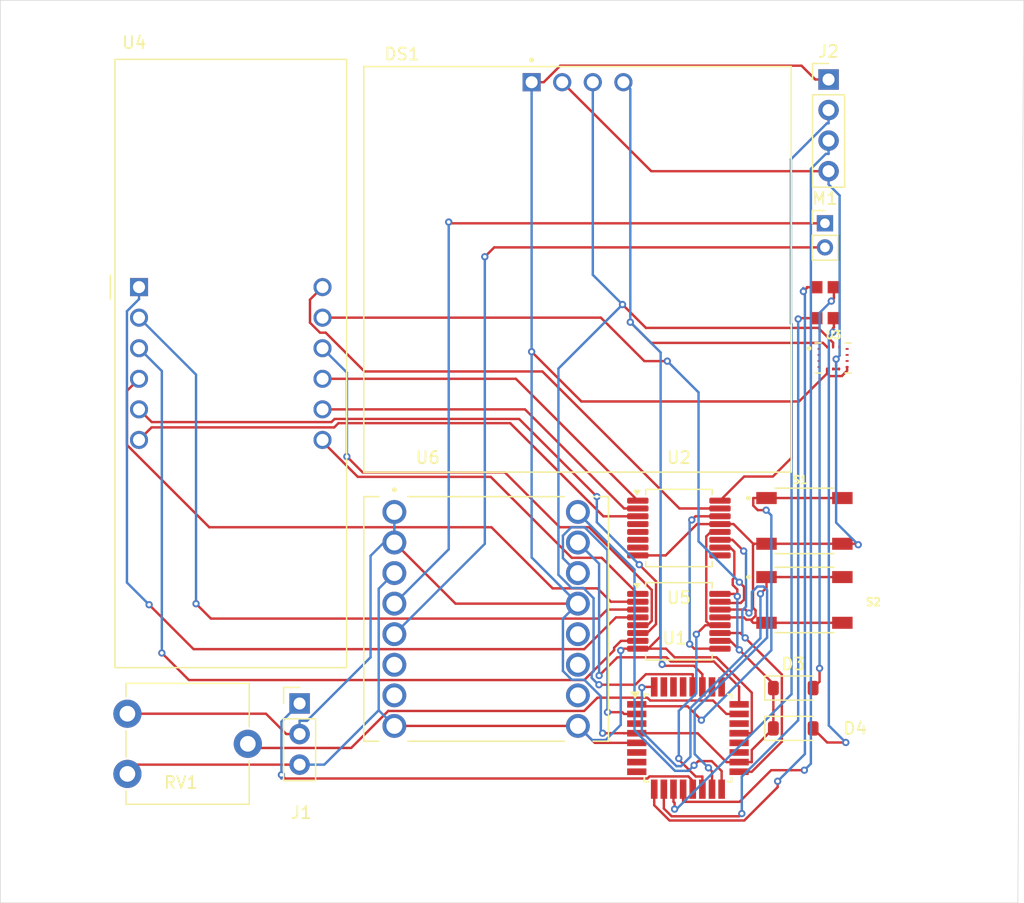
<source format=kicad_pcb>
(kicad_pcb (version 20241229) (generator "pcbnew") (generator_version "9.0")
  (layers (0 "F.Cu" signal) (2 "B.Cu" signal) (13 "F.Paste" user) (15 "B.Paste" user) (5 "F.SilkS" user "F.Silkscreen") (7 "B.SilkS" user "B.Silkscreen") (1 "F.Mask" user) (3 "B.Mask" user) (25 "Edge.Cuts" user))
  (net 0 "")
  (net 1 "SCL")
  (net 2 "SDA")
  (net 3 "GND")
  (net 4 "VCC")
  (net 5 "Net-(D3-A)")
  (net 6 "Net-(U1-PD5)")
  (net 7 "Net-(U1-PD6)")
  (net 8 "Net-(D4-A)")
  (net 9 "Net-(U1-PD3)")
  (net 10 "Net-(U1-PD2)")
  (net 13 "Net-(U1-PC0)")
  (net 21 "Echo")
  (net 22 "Trig")
  (net 23 "Net-(U1-PD4)")
  (net 24 "Net-(U1-PC1)")
  (net 25 "MOSI")
  (net 26 "Latch")
  (net 29 "Net-(U1-PB4)")
  (net 31 "PWM")
  (net 32 "SCK")
  (net 41 "Net-(U4-DPX)")
  (net 42 "Net-(U2-QD)")
  (net 43 "Net-(U2-QC)")
  (net 44 "Net-(U4-a)")
  (net 45 "Net-(U4-b)")
  (net 46 "Net-(U4-c)")
  (net 47 "Net-(U4-d)")
  (net 48 "Net-(U2-QB)")
  (net 49 "Net-(U4-f)")
  (net 50 "Net-(U2-QA)")
  (net 51 "Net-(U4-e)")
  (net 52 "Net-(U4-g)")
  (net 53 "Net-(M1-+)")
  (net 57 "Net-(M1--)")
  (net 62 "Net-(U2-SER)")
  (footprint "Diode_SMD:D_SOD-123" (layer "F.Cu") (at 166.35 96.65)
    (property "Reference" "D3")
    (property "Value" "LED_Small")
  )
  (footprint "OLED_128X64_1.3_I2C:LCD_OLED_128X64_1.3_I2C" (layer "F.Cu") (at 148.435 61.855)
    (property "Reference" "DS1")
    (property "Value" "OLED_128X64_1.3_I2C")
  )
  (footprint "Connector_PinHeader_2.54mm:PinHeader_1x03_P2.54mm_Vertical" (layer "F.Cu") (at 125.355 97.93)
    (property "Reference" "J1")
    (property "Value" "Motor_Servo")
  )
  (footprint "Diode_SMD:D_SOD-123" (layer "F.Cu") (at 166.35 100)
    (property "Reference" "D4")
    (property "Value" "LED_Small")
  )
  (footprint "8-1437565-1:SW_8-1437565-1" (layer "F.Cu") (at 167.28 89.3255)
    (property "Reference" "S2")
    (property "Value" "8-1437565-1")
  )
  (footprint "Package_SO:SSOP-16_5.3x6.2mm_P0.65mm" (layer "F.Cu") (at 156.855 91.1)
    (property "Reference" "U5")
    (property "Value" "74HC595")
  )
  (footprint "Potentiometer_THT:Potentiometer_ACP_CA9-V10_Vertical" (layer "F.Cu") (at 111.055 103.78)
    (property "Reference" "RV1")
    (property "Value" "R_Potentiometer")
  )
  (footprint "RC0603JR-071KL:RESC1607X60N" (layer "F.Cu") (at 168.993 65.913)
    (property "Reference" "R2" (hide yes))
    (property "Value" "RC0603JR-071KL")
  )
  (footprint "RC0603JR-071KL:RESC1607X60N" (layer "F.Cu") (at 168.993 63.341)
    (property "Reference" "R1" (hide yes))
    (property "Value" "RC0603JR-071KL")
  )
  (footprint "BMI160:PQFN50P250X300X88-14N" (layer "F.Cu") (at 169.66 69.22)
    (property "Reference" "U3")
    (property "Value" "BMI160")
  )
  (footprint "Package_QFP:TQFP-32_7x7mm_P0.8mm" (layer "F.Cu") (at 157.605 100.8)
    (property "Reference" "U1")
    (property "Value" "ATmega328PB-A")
  )
  (footprint "ROB-14450:MODULE_ROB-14450" (layer "F.Cu") (at 140.845 90.9032)
    (property "Reference" "U6")
    (property "Value" "ROB-14450")
  )
  (footprint "Display_7Segment:CA56-12EWA" (layer "F.Cu") (at 112.02 63.33)
    (property "Reference" "U4")
    (property "Value" "CA56-12EWA")
  )
  (footprint "8-1437565-1:SW_8-1437565-1" (layer "F.Cu") (at 167.28 82.7585)
    (property "Reference" "S1")
    (property "Value" "8-1437565-1")
  )
  (footprint "Connector_PinHeader_2.54mm:PinHeader_1x04_P2.54mm_Vertical" (layer "F.Cu") (at 169.285 46.08)
    (property "Reference" "J2")
    (property "Value" "Ultrasonic HS-SR04")
  )
  (footprint "Package_SO:SSOP-16_5.3x6.2mm_P0.65mm" (layer "F.Cu") (at 156.855 83.35)
    (property "Reference" "U2")
    (property "Value" "74HC595")
  )
  (footprint "Connector_PinHeader_2.00mm:PinHeader_1x02_P2.00mm_Vertical" (layer "F.Cu") (at 168.985 58.03)
    (property "Reference" "M1")
    (property "Value" "Motor_DC")
  )
  (gr_line (start 185.5 39.5) (end 100.5 39.5) (stroke (width 0.05)) (layer "Edge.Cuts"))
  (gr_line (start 100.5 114.5) (end 185 114.5) (stroke (width 0.05)) (layer "Edge.Cuts"))
  (gr_line (start 185 114.5) (end 185.5 39.5) (stroke (width 0.05)) (layer "Edge.Cuts"))
  (gr_line (start 100.5 39.5) (end 100.5 114.5) (stroke (width 0.05)) (layer "Edge.Cuts"))
  (segment (start 158.005 95.4983) (end 154.1082 95.4983) (width 0.2) (layer "F.Cu") (net 1))
  (segment (start 153.2364 96.3701) (end 150.2148 96.3701) (width 0.2) (layer "F.Cu") (net 1))
  (segment (start 168.4308 66.7198) (end 154.1135 66.7198) (width 0.2) (layer "F.Cu") (net 1))
  (segment (start 154.1135 66.7198) (end 152.1721 64.7784) (width 0.2) (layer "F.Cu") (net 1))
  (segment (start 169.66 67.949) (end 168.4308 66.7198) (width 0.2) (layer "F.Cu") (net 1))
  (segment (start 158.005 96.55) (end 158.005 95.4983) (width 0.2) (layer "F.Cu") (net 1))
  (segment (start 169.66 68.305) (end 169.66 67.949) (width 0.2) (layer "F.Cu") (net 1))
  (segment (start 154.1082 95.4983) (end 153.2364 96.3701) (width 0.2) (layer "F.Cu") (net 1))
  (via (at 152.1721 64.7784) (size 0.6) (drill 0.3) (layers "F.Cu" "B.Cu") (net 1))
  (via (at 150.2148 96.3701) (size 0.6) (drill 0.3) (layers "F.Cu" "B.Cu") (net 1))
  (segment (start 149.7686 89.1781) (end 148.9254 88.3349) (width 0.2) (layer "B.Cu") (net 1))
  (segment (start 149.6097 95.7994) (end 149.6097 95.418) (width 0.2) (layer "B.Cu") (net 1))
  (segment (start 149.6097 95.418) (end 149.7686 95.2591) (width 0.2) (layer "B.Cu") (net 1))
  (segment (start 150.2148 96.3701) (end 150.1804 96.3701) (width 0.2) (layer "B.Cu") (net 1))
  (segment (start 147.9471 88.3349) (end 146.85 87.2378) (width 0.2) (layer "B.Cu") (net 1))
  (segment (start 149.7686 95.2591) (end 149.7686 89.1781) (width 0.2) (layer "B.Cu") (net 1))
  (segment (start 146.85 70.1005) (end 152.1721 64.7784) (width 0.2) (layer "B.Cu") (net 1))
  (segment (start 150.1804 96.3701) (end 149.6097 95.7994) (width 0.2) (layer "B.Cu") (net 1))
  (segment (start 148.9254 88.3349) (end 147.9471 88.3349) (width 0.2) (layer "B.Cu") (net 1))
  (segment (start 146.85 87.2378) (end 146.85 70.1005) (width 0.2) (layer "B.Cu") (net 1))
  (segment (start 152.1721 64.7784) (end 149.705 62.3113) (width 0.2) (layer "B.Cu") (net 1))
  (segment (start 149.705 62.3113) (end 149.705 46.305) (width 0.2) (layer "B.Cu") (net 1))
  (segment (start 158.1023 94.7956) (end 158.805 95.4983) (width 0.2) (layer "F.Cu") (net 2))
  (segment (start 155.5748 94.7956) (end 158.1023 94.7956) (width 0.2) (layer "F.Cu") (net 2))
  (segment (start 152.8191 66.2433) (end 154.541 67.9652) (width 0.2) (layer "F.Cu") (net 2))
  (segment (start 155.4601 94.6809) (end 155.5748 94.7956) (width 0.2) (layer "F.Cu") (net 2))
  (segment (start 154.541 67.9652) (end 168.8202 67.9652) (width 0.2) (layer "F.Cu") (net 2))
  (segment (start 158.805 96.55) (end 158.805 95.4983) (width 0.2) (layer "F.Cu") (net 2))
  (segment (start 168.8202 67.9652) (end 169.16 68.305) (width 0.2) (layer "F.Cu") (net 2))
  (via (at 152.8191 66.2433) (size 0.6) (drill 0.3) (layers "F.Cu" "B.Cu") (net 2))
  (via (at 155.4601 94.6809) (size 0.6) (drill 0.3) (layers "F.Cu" "B.Cu") (net 2))
  (segment (start 155.3384 94.5592) (end 155.4601 94.6809) (width 0.2) (layer "B.Cu") (net 2))
  (segment (start 152.8191 46.8791) (end 152.8191 66.2433) (width 0.2) (layer "B.Cu") (net 2))
  (segment (start 155.3384 68.7626) (end 155.3384 94.5592) (width 0.2) (layer "B.Cu") (net 2))
  (segment (start 152.245 46.305) (end 152.8191 46.8791) (width 0.2) (layer "B.Cu") (net 2))
  (segment (start 152.8191 66.2433) (end 155.3384 68.7626) (width 0.2) (layer "B.Cu") (net 2))
  (segment (start 153.8759 93.375) (end 154.3093 93.375) (width 0.2) (layer "F.Cu") (net 3))
  (segment (start 164.13 84.6585) (end 163.1167 84.6585) (width 0.2) (layer "F.Cu") (net 3))
  (segment (start 155.7579 85.625) (end 158.3579 83.025) (width 0.2) (layer "F.Cu") (net 3))
  (segment (start 153.8759 93.375) (end 153.4425 93.375) (width 0.2) (layer "F.Cu") (net 3))
  (segment (start 155.3067 92.3776) (end 155.3067 85.625) (width 0.2) (layer "F.Cu") (net 3))
  (segment (start 153.4425 93.375) (end 152.1778 93.375) (width 0.2) (layer "F.Cu") (net 3))
  (segment (start 171.7469 84.7366) (end 171.6098 84.7366) (width 0.2) (layer "F.Cu") (net 3))
  (segment (start 163.2236 90.6421) (end 163.2236 90.1851) (width 0.2) (layer "F.Cu") (net 3))
  (segment (start 160.2675 90.775) (end 162.2532 90.775) (width 0.2) (layer "F.Cu") (net 3))
  (segment (start 161.3948 83.025) (end 160.2675 83.025) (width 0.2) (layer "F.Cu") (net 3))
  (segment (start 159.9673 94.0922) (end 162.9067 97.0316) (width 0.2) (layer "F.Cu") (net 3))
  (segment (start 156.4997 94.0922) (end 159.9673 94.0922) (width 0.2) (layer "F.Cu") (net 3))
  (segment (start 169.9117 70.135) (end 169.9117 69.3159) (width 0.2) (layer "F.Cu") (net 3))
  (segment (start 149.8718 101.2) (end 153.355 101.2) (width 0.2) (layer "F.Cu") (net 3))
  (segment (start 163.0283 84.6585) (end 161.3948 83.025) (width 0.2) (layer "F.Cu") (net 3))
  (segment (start 162.9004 90.9653) (end 163.2236 90.6421) (width 0.2) (layer "F.Cu") (net 3))
  (segment (start 169.285 53.7) (end 154.56 53.7) (width 0.2) (layer "F.Cu") (net 3))
  (segment (start 162.4435 90.9653) (end 162.9004 90.9653) (width 0.2) (layer "F.Cu") (net 3))
  (segment (start 171.6098 84.7366) (end 171.5317 84.6585) (width 0.2) (layer "F.Cu") (net 3))
  (segment (start 162.9004 91.0976) (end 163.0283 91.2255) (width 0.2) (layer "F.Cu") (net 3))
  (segment (start 163.1167 84.6585) (end 163.0298 84.6585) (width 0.2) (layer "F.Cu") (net 3))
  (segment (start 163.0077 84.7675) (end 163.1167 84.6585) (width 0.2) (layer "F.Cu") (net 3))
  (segment (start 152.1778 93.375) (end 152.0252 93.5276) (width 0.2) (layer "F.Cu") (net 3))
  (segment (start 154.56 53.7) (end 147.165 46.305) (width 0.2) (layer "F.Cu") (net 3))
  (segment (start 148.465 99.7932) (end 149.8718 101.2) (width 0.2) (layer "F.Cu") (net 3))
  (segment (start 170.43 91.2255) (end 164.13 91.2255) (width 0.2) (layer "F.Cu") (net 3))
  (segment (start 155.7825 93.375) (end 156.4997 94.0922) (width 0.2) (layer "F.Cu") (net 3))
  (segment (start 133.225 99.7932) (end 148.465 99.7932) (width 0.2) (layer "F.Cu") (net 3))
  (segment (start 170.43 84.6585) (end 164.13 84.6585) (width 0.2) (layer "F.Cu") (net 3))
  (segment (start 170.16 70.135) (end 169.9117 70.135) (width 0.2) (layer "F.Cu") (net 3))
  (segment (start 162.9004 90.9653) (end 162.9004 91.0976) (width 0.2) (layer "F.Cu") (net 3))
  (segment (start 111.825 103.01) (end 111.055 103.78) (width 0.2) (layer "F.Cu") (net 3))
  (segment (start 164.13 91.2255) (end 163.0283 91.2255) (width 0.2) (layer "F.Cu") (net 3))
  (segment (start 163.0298 84.6585) (end 163.0283 84.6585) (width 0.2) (layer "F.Cu") (net 3))
  (segment (start 162.9067 97.0316) (end 162.9067 100.4) (width 0.2) (layer "F.Cu") (net 3))
  (segment (start 169.9117 70.135) (end 169.66 70.135) (width 0.2) (layer "F.Cu") (net 3))
  (segment (start 163.2236 90.1851) (end 163.0077 89.9692) (width 0.2) (layer "F.Cu") (net 3))
  (segment (start 170.43 84.6585) (end 171.5317 84.6585) (width 0.2) (layer "F.Cu") (net 3))
  (segment (start 154.3093 93.375) (end 155.3067 92.3776) (width 0.2) (layer "F.Cu") (net 3))
  (segment (start 163.0077 89.9692) (end 163.0077 84.7675) (width 0.2) (layer "F.Cu") (net 3))
  (segment (start 158.3579 83.025) (end 160.2675 83.025) (width 0.2) (layer "F.Cu") (net 3))
  (segment (start 153.8759 93.375) (end 155.7825 93.375) (width 0.2) (layer "F.Cu") (net 3))
  (segment (start 161.855 100.4) (end 162.9067 100.4) (width 0.2) (layer "F.Cu") (net 3))
  (segment (start 162.2532 90.775) (end 162.4435 90.9653) (width 0.2) (layer "F.Cu") (net 3))
  (segment (start 155.3067 85.625) (end 155.7579 85.625) (width 0.2) (layer "F.Cu") (net 3))
  (segment (start 125.355 103.01) (end 124.2533 103.01) (width 0.2) (layer "F.Cu") (net 3))
  (segment (start 124.2533 103.01) (end 111.825 103.01) (width 0.2) (layer "F.Cu") (net 3))
  (segment (start 153.4425 85.625) (end 155.3067 85.625) (width 0.2) (layer "F.Cu") (net 3))
  (via (at 169.9117 69.3159) (size 0.6) (drill 0.3) (layers "F.Cu" "B.Cu") (net 3))
  (via (at 171.7469 84.7366) (size 0.6) (drill 0.3) (layers "F.Cu" "B.Cu") (net 3))
  (via (at 152.0252 93.5276) (size 0.6) (drill 0.3) (layers "F.Cu" "B.Cu") (net 3))
  (segment (start 149.6386 100.9668) (end 148.465 99.7932) (width 0.2) (layer "B.Cu") (net 3))
  (segment (start 170.2032 69.0244) (end 170.2032 55.7199) (width 0.2) (layer "B.Cu") (net 3))
  (segment (start 150.766 100.9668) (end 149.6386 100.9668) (width 0.2) (layer "B.Cu") (net 3))
  (segment (start 169.9117 69.3159) (end 170.2032 69.0244) (width 0.2) (layer "B.Cu") (net 3))
  (segment (start 131.9252 88.393) (end 131.9252 98.4934) (width 0.2) (layer "B.Cu") (net 3))
  (segment (start 152.0252 99.7076) (end 150.766 100.9668) (width 0.2) (layer "B.Cu") (net 3))
  (segment (start 152.0252 93.5276) (end 152.0252 99.7076) (width 0.2) (layer "B.Cu") (net 3))
  (segment (start 131.9252 98.4934) (end 127.4086 103.01) (width 0.2) (layer "B.Cu") (net 3))
  (segment (start 131.9252 98.4934) (end 133.225 99.7932) (width 0.2) (layer "B.Cu") (net 3))
  (segment (start 169.9117 82.9014) (end 171.7469 84.7366) (width 0.2) (layer "B.Cu") (net 3))
  (segment (start 170.2032 55.7199) (end 169.285 54.8017) (width 0.2) (layer "B.Cu") (net 3))
  (segment (start 169.285 53.7) (end 169.285 54.8017) (width 0.2) (layer "B.Cu") (net 3))
  (segment (start 133.225 87.0932) (end 131.9252 88.393) (width 0.2) (layer "B.Cu") (net 3))
  (segment (start 169.9117 69.3159) (end 169.9117 82.9014) (width 0.2) (layer "B.Cu") (net 3))
  (segment (start 127.4086 103.01) (end 125.355 103.01) (width 0.2) (layer "B.Cu") (net 3))
  (segment (start 166.2056 72.8345) (end 148.7597 72.8345) (width 0.2) (layer "F.Cu") (net 4))
  (segment (start 147.0027 44.933) (end 145.6307 46.305) (width 0.2) (layer "F.Cu") (net 4))
  (segment (start 170.3772 70.7258) (end 169.3815 70.7258) (width 0.2) (layer "F.Cu") (net 4))
  (segment (start 164.7 96.3013) (end 161.8723 93.4736) (width 0.2) (layer "F.Cu") (net 4))
  (segment (start 160.8033 102.8) (end 158.4033 100.4) (width 0.2) (layer "F.Cu") (net 4))
  (segment (start 169.16 70.5043) (end 169.16 70.135) (width 0.2) (layer "F.Cu") (net 4))
  (segment (start 161.458 85.3083) (end 161.1247 84.975) (width 0.2) (layer "F.Cu") (net 4))
  (segment (start 161.458 87.4895) (end 161.458 85.3083) (width 0.2) (layer "F.Cu") (net 4))
  (segment (start 160.2675 88.825) (end 161.5023 88.825) (width 0.2) (layer "F.Cu") (net 4))
  (segment (start 164.7 96.65) (end 164.7 96.3013) (width 0.2) (layer "F.Cu") (net 4))
  (segment (start 170.825 69.97) (end 170.825 70.278) (width 0.2) (layer "F.Cu") (net 4))
  (segment (start 161.1237 92.725) (end 160.2675 92.725) (width 0.2) (layer "F.Cu") (net 4))
  (segment (start 166.2056 72.8345) (end 166.2056 77.5204) (width 0.2) (layer "F.Cu") (net 4))
  (segment (start 166.2056 77.5204) (end 164.6546 79.0714) (width 0.2) (layer "F.Cu") (net 4))
  (segment (start 168.1833 46.08) (end 167.0363 44.933) (width 0.2) (layer "F.Cu") (net 4))
  (segment (start 162.2925 102.8) (end 162.9067 102.8) (width 0.2) (layer "F.Cu") (net 4))
  (segment (start 161.3256 88.0787) (end 161.3256 87.6219) (width 0.2) (layer "F.Cu") (net 4))
  (segment (start 166.8298 72.8345) (end 166.2056 72.8345) (width 0.2) (layer "F.Cu") (net 4))
  (segment (start 150.5182 100.397) (end 152.3003 100.397) (width 0.2) (layer "F.Cu") (net 4))
  (segment (start 161.5023 88.825) (end 161.7062 89.0289) (width 0.2) (layer "F.Cu") (net 4))
  (segment (start 161.1247 84.975) (end 160.2675 84.975) (width 0.2) (layer "F.Cu") (net 4))
  (segment (start 148.465 89.6332) (end 138.305 89.6332) (width 0.2) (layer "F.Cu") (net 4))
  (segment (start 161.8723 93.4736) (end 161.1237 92.725) (width 0.2) (layer "F.Cu") (net 4))
  (segment (start 152.3003 100.397) (end 152.3033 100.4) (width 0.2) (layer "F.Cu") (net 4))
  (segment (start 169.285 46.08) (end 168.1833 46.08) (width 0.2) (layer "F.Cu") (net 4))
  (segment (start 158.4033 100.4) (end 153.355 100.4) (width 0.2) (layer "F.Cu") (net 4))
  (segment (start 124.2533 100.47) (end 122.5633 98.78) (width 0.2) (layer "F.Cu") (net 4))
  (segment (start 162.2711 79.0714) (end 160.2675 81.075) (width 0.2) (layer "F.Cu") (net 4))
  (segment (start 164.7 100) (end 164.7 96.65) (width 0.2) (layer "F.Cu") (net 4))
  (segment (start 162.9067 102.8) (end 162.9067 101.7933) (width 0.2) (layer "F.Cu") (net 4))
  (segment (start 161.855 102.8) (end 160.8033 102.8) (width 0.2) (layer "F.Cu") (net 4))
  (segment (start 162.9067 101.7933) (end 164.7 100) (width 0.2) (layer "F.Cu") (net 4))
  (segment (start 148.7597 72.8345) (end 144.625 68.6998) (width 0.2) (layer "F.Cu") (net 4))
  (segment (start 162.2925 102.8) (end 161.855 102.8) (width 0.2) (layer "F.Cu") (net 4))
  (segment (start 161.7062 88.4593) (end 161.3256 88.0787) (width 0.2) (layer "F.Cu") (net 4))
  (segment (start 169.3815 70.7258) (end 169.16 70.5043) (width 0.2) (layer "F.Cu") (net 4))
  (segment (start 153.355 100.4) (end 152.3033 100.4) (width 0.2) (layer "F.Cu") (net 4))
  (segment (start 169.16 70.5043) (end 166.8298 72.8345) (width 0.2) (layer "F.Cu") (net 4))
  (segment (start 161.3256 87.6219) (end 161.458 87.4895) (width 0.2) (layer "F.Cu") (net 4))
  (segment (start 125.355 100.47) (end 124.2533 100.47) (width 0.2) (layer "F.Cu") (net 4))
  (segment (start 138.305 89.6332) (end 133.225 84.5532) (width 0.2) (layer "F.Cu") (net 4))
  (segment (start 144.625 46.305) (end 145.6307 46.305) (width 0.2) (layer "F.Cu") (net 4))
  (segment (start 164.6546 79.0714) (end 162.2711 79.0714) (width 0.2) (layer "F.Cu") (net 4))
  (segment (start 170.825 70.278) (end 170.3772 70.7258) (width 0.2) (layer "F.Cu") (net 4))
  (segment (start 122.5633 98.78) (end 111.055 98.78) (width 0.2) (layer "F.Cu") (net 4))
  (segment (start 167.0363 44.933) (end 147.0027 44.933) (width 0.2) (layer "F.Cu") (net 4))
  (segment (start 161.7062 89.0289) (end 161.7062 88.4593) (width 0.2) (layer "F.Cu") (net 4))
  (via (at 161.8723 93.4736) (size 0.6) (drill 0.3) (layers "F.Cu" "B.Cu") (net 4))
  (via (at 144.625 68.6998) (size 0.6) (drill 0.3) (layers "F.Cu" "B.Cu") (net 4))
  (via (at 161.7062 89.0289) (size 0.6) (drill 0.3) (layers "F.Cu" "B.Cu") (net 4))
  (via (at 150.5182 100.397) (size 0.6) (drill 0.3) (layers "F.Cu" "B.Cu") (net 4))
  (segment (start 150.372 100.2508) (end 150.5182 100.397) (width 0.2) (layer "B.Cu") (net 4))
  (segment (start 144.625 68.6998) (end 144.625 85.7932) (width 0.2) (layer "B.Cu") (net 4))
  (segment (start 125.355 100.47) (end 125.355 99.3683) (width 0.2) (layer "B.Cu") (net 4))
  (segment (start 125.355 99.3683) (end 125.9729 99.3683) (width 0.2) (layer "B.Cu") (net 4))
  (segment (start 148.465 89.6332) (end 147.2233 90.8749) (width 0.2) (layer "B.Cu") (net 4))
  (segment (start 161.8723 93.4736) (end 161.7062 93.3075) (width 0.2) (layer "B.Cu") (net 4))
  (segment (start 161.7062 93.3075) (end 161.7062 89.0289) (width 0.2) (layer "B.Cu") (net 4))
  (segment (start 133.225 82.0132) (end 133.225 83.2832) (width 0.2) (layer "B.Cu") (net 4))
  (segment (start 131.2488 94.0924) (end 131.2488 85.6586) (width 0.2) (layer "B.Cu") (net 4))
  (segment (start 147.2233 95.2275) (end 147.9507 95.9549) (width 0.2) (layer "B.Cu") (net 4))
  (segment (start 147.9507 95.9549) (end 148.9946 95.9549) (width 0.2) (layer "B.Cu") (net 4))
  (segment (start 144.625 85.7932) (end 148.465 89.6332) (width 0.2) (layer "B.Cu") (net 4))
  (segment (start 133.225 83.6824) (end 133.225 83.2832) (width 0.2) (layer "B.Cu") (net 4))
  (segment (start 144.625 46.305) (end 144.625 68.6998) (width 0.2) (layer "B.Cu") (net 4))
  (segment (start 148.9946 95.9549) (end 150.372 97.3323) (width 0.2) (layer "B.Cu") (net 4))
  (segment (start 125.9729 99.3683) (end 131.2488 94.0924) (width 0.2) (layer "B.Cu") (net 4))
  (segment (start 133.225 83.2832) (end 133.225 84.5532) (width 0.2) (layer "B.Cu") (net 4))
  (segment (start 150.372 97.3323) (end 150.372 100.2508) (width 0.2) (layer "B.Cu") (net 4))
  (segment (start 131.2488 85.6586) (end 133.225 83.6824) (width 0.2) (layer "B.Cu") (net 4))
  (segment (start 147.2233 90.8749) (end 147.2233 95.2275) (width 0.2) (layer "B.Cu") (net 4))
  (segment (start 169.728 64.2786) (end 169.728 63.341) (width 0.2) (layer "F.Cu") (net 5))
  (segment (start 168.5376 96.1124) (end 168.5376 95.0063) (width 0.2) (layer "F.Cu") (net 5))
  (segment (start 169.5139 64.4927) (end 169.728 64.2786) (width 0.2) (layer "F.Cu") (net 5))
  (segment (start 168 96.65) (end 168.5376 96.1124) (width 0.2) (layer "F.Cu") (net 5))
  (via (at 169.5139 64.4927) (size 0.6) (drill 0.3) (layers "F.Cu" "B.Cu") (net 5))
  (via (at 168.5376 95.0063) (size 0.6) (drill 0.3) (layers "F.Cu" "B.Cu") (net 5))
  (segment (start 168.5376 95.0063) (end 168.5376 65.469) (width 0.2) (layer "B.Cu") (net 5))
  (segment (start 168.5376 65.469) (end 169.5139 64.4927) (width 0.2) (layer "B.Cu") (net 5))
  (segment (start 156.0764 107.652) (end 162.2855 107.652) (width 0.2) (layer "F.Cu") (net 6))
  (segment (start 167.1948 63.4015) (end 167.1948 63.693) (width 0.2) (layer "F.Cu") (net 6))
  (segment (start 167.1948 63.693) (end 167.4863 63.4015) (width 0.2) (layer "F.Cu") (net 6))
  (segment (start 168.258 63.341) (end 167.4863 63.341) (width 0.2) (layer "F.Cu") (net 6))
  (segment (start 154.805 105.05) (end 154.805 106.1017) (width 0.2) (layer "F.Cu") (net 6))
  (segment (start 167.1948 63.693) (end 167.1948 63.4015) (width 0.2) (layer "F.Cu") (net 6))
  (segment (start 162.2855 107.652) (end 165.0558 104.8817) (width 0.2) (layer "F.Cu") (net 6))
  (segment (start 154.805 106.3806) (end 156.0764 107.652) (width 0.2) (layer "F.Cu") (net 6))
  (segment (start 154.805 106.1017) (end 154.805 106.3806) (width 0.2) (layer "F.Cu") (net 6))
  (segment (start 165.0558 104.8817) (end 165.0558 104.3901) (width 0.2) (layer "F.Cu") (net 6))
  (segment (start 167.4863 63.4015) (end 167.4863 63.341) (width 0.2) (layer "F.Cu") (net 6))
  (via (at 167.1948 63.693) (size 0.6) (drill 0.3) (layers "F.Cu" "B.Cu") (net 6))
  (via (at 165.0558 104.3901) (size 0.6) (drill 0.3) (layers "F.Cu" "B.Cu") (net 6))
  (segment (start 167.1948 63.693) (end 167.1948 63.4015) (width 0.2) (layer "B.Cu") (net 6))
  (segment (start 167.3187 102.1272) (end 165.0558 104.3901) (width 0.2) (layer "B.Cu") (net 6))
  (segment (start 167.1948 63.4015) (end 167.1948 63.693) (width 0.2) (layer "B.Cu") (net 6))
  (segment (start 167.3187 63.8169) (end 167.3187 102.1272) (width 0.2) (layer "B.Cu") (net 6))
  (segment (start 167.1948 63.693) (end 167.3187 63.8169) (width 0.2) (layer "B.Cu") (net 6))
  (segment (start 161.857 107.3003) (end 156.2511 107.3003) (width 0.2) (layer "F.Cu") (net 7))
  (segment (start 166.7609 65.913) (end 166.7609 65.9808) (width 0.2) (layer "F.Cu") (net 7))
  (segment (start 162.0798 107.0775) (end 161.857 107.3003) (width 0.2) (layer "F.Cu") (net 7))
  (segment (start 155.605 106.6542) (end 155.605 105.05) (width 0.2) (layer "F.Cu") (net 7))
  (segment (start 168.258 65.913) (end 166.8287 65.913) (width 0.2) (layer "F.Cu") (net 7))
  (segment (start 166.7609 65.9808) (end 166.7609 65.913) (width 0.2) (layer "F.Cu") (net 7))
  (segment (start 156.2511 107.3003) (end 155.605 106.6542) (width 0.2) (layer "F.Cu") (net 7))
  (segment (start 166.8287 65.913) (end 166.7609 65.9808) (width 0.2) (layer "F.Cu") (net 7))
  (via (at 162.0798 107.0775) (size 0.6) (drill 0.3) (layers "F.Cu" "B.Cu") (net 7))
  (via (at 166.7609 65.9808) (size 0.6) (drill 0.3) (layers "F.Cu" "B.Cu") (net 7))
  (segment (start 162.0798 104.0087) (end 166.7609 99.3276) (width 0.2) (layer "B.Cu") (net 7))
  (segment (start 166.7609 99.3276) (end 166.7609 65.9808) (width 0.2) (layer "B.Cu") (net 7))
  (segment (start 166.7609 65.9808) (end 166.7609 65.913) (width 0.2) (layer "B.Cu") (net 7))
  (segment (start 166.7609 65.913) (end 166.7609 65.9808) (width 0.2) (layer "B.Cu") (net 7))
  (segment (start 162.0798 107.0775) (end 162.0798 104.0087) (width 0.2) (layer "B.Cu") (net 7))
  (segment (start 169.728 66.6747) (end 169.6515 66.7512) (width 0.2) (layer "F.Cu") (net 8))
  (segment (start 169.728 65.913) (end 169.728 66.6747) (width 0.2) (layer "F.Cu") (net 8))
  (segment (start 170.7149 101.1707) (end 169.1707 101.1707) (width 0.2) (layer "F.Cu") (net 8))
  (segment (start 169.1707 101.1707) (end 168 100) (width 0.2) (layer "F.Cu") (net 8))
  (segment (start 169.6515 66.7512) (end 169.6515 67.0753) (width 0.2) (layer "F.Cu") (net 8))
  (via (at 170.7149 101.1707) (size 0.6) (drill 0.3) (layers "F.Cu" "B.Cu") (net 8))
  (via (at 169.6515 67.0753) (size 0.6) (drill 0.3) (layers "F.Cu" "B.Cu") (net 8))
  (segment (start 169.3054 67.4214) (end 169.3054 99.7612) (width 0.2) (layer "B.Cu") (net 8))
  (segment (start 169.6515 67.0753) (end 169.3054 67.4214) (width 0.2) (layer "B.Cu") (net 8))
  (segment (start 169.3054 99.7612) (end 170.7149 101.1707) (width 0.2) (layer "B.Cu") (net 8))
  (segment (start 163.0283 80.8585) (end 163.0283 81.4879) (width 0.2) (layer "F.Cu") (net 9))
  (segment (start 170.43 80.8585) (end 164.13 80.8585) (width 0.2) (layer "F.Cu") (net 9))
  (segment (start 163.4058 81.8654) (end 164.1002 81.8654) (width 0.2) (layer "F.Cu") (net 9))
  (segment (start 158.7237 99.3146) (end 157.5697 98.1606) (width 0.2) (layer "F.Cu") (net 9))
  (segment (start 157.5697 98.1606) (end 153.5156 98.1606) (width 0.2) (layer "F.Cu") (net 9))
  (segment (start 164.13 80.8585) (end 163.0283 80.8585) (width 0.2) (layer "F.Cu") (net 9))
  (segment (start 163.0283 81.4879) (end 163.4058 81.8654) (width 0.2) (layer "F.Cu") (net 9))
  (segment (start 153.5156 98.1606) (end 153.355 98) (width 0.2) (layer "F.Cu") (net 9))
  (via (at 158.7237 99.3146) (size 0.6) (drill 0.3) (layers "F.Cu" "B.Cu") (net 9))
  (via (at 164.1002 81.8654) (size 0.6) (drill 0.3) (layers "F.Cu" "B.Cu") (net 9))
  (segment (start 164.5309 93.5074) (end 158.7237 99.3146) (width 0.2) (layer "B.Cu") (net 9))
  (segment (start 164.1002 81.8654) (end 164.5309 82.2961) (width 0.2) (layer "B.Cu") (net 9))
  (segment (start 164.5309 82.2961) (end 164.5309 93.5074) (width 0.2) (layer "B.Cu") (net 9))
  (segment (start 170.43 87.4255) (end 165.2317 87.4255) (width 0.2) (layer "F.Cu") (net 10))
  (segment (start 163.6275 88.8119) (end 164.13 88.3094) (width 0.2) (layer "F.Cu") (net 10))
  (segment (start 154.805 96.55) (end 153.8366 96.55) (width 0.2) (layer "F.Cu") (net 10))
  (segment (start 164.13 88.3094) (end 164.13 87.4255) (width 0.2) (layer "F.Cu") (net 10))
  (segment (start 153.8366 96.55) (end 153.7795 96.6071) (width 0.2) (layer "F.Cu") (net 10))
  (segment (start 164.13 87.4255) (end 165.2317 87.4255) (width 0.2) (layer "F.Cu") (net 10))
  (via (at 153.7795 96.6071) (size 0.6) (drill 0.3) (layers "F.Cu" "B.Cu") (net 10))
  (via (at 163.6275 88.8119) (size 0.6) (drill 0.3) (layers "F.Cu" "B.Cu") (net 10))
  (segment (start 163.6275 92.499) (end 157.8126 98.3139) (width 0.2) (layer "B.Cu") (net 10))
  (segment (start 163.6275 88.8119) (end 163.6275 92.499) (width 0.2) (layer "B.Cu") (net 10))
  (segment (start 156.647 103.1361) (end 153.7795 100.2686) (width 0.2) (layer "B.Cu") (net 10))
  (segment (start 157.8126 102.3522) (end 157.0287 103.1361) (width 0.2) (layer "B.Cu") (net 10))
  (segment (start 157.0287 103.1361) (end 156.647 103.1361) (width 0.2) (layer "B.Cu") (net 10))
  (segment (start 153.7795 100.2686) (end 153.7795 96.6071) (width 0.2) (layer "B.Cu") (net 10))
  (segment (start 157.8126 98.3139) (end 157.8126 102.3522) (width 0.2) (layer "B.Cu") (net 10))
  (segment (start 150.0878 97.4485) (end 148.9848 98.5515) (width 0.2) (layer "F.Cu") (net 13))
  (segment (start 121.4 101.625) (end 121.055 101.28) (width 0.2) (layer "F.Cu") (net 13))
  (segment (start 132.7107 98.5515) (end 129.6372 101.625) (width 0.2) (layer "F.Cu") (net 13))
  (segment (start 159.6883 97.685) (end 154.4709 97.685) (width 0.2) (layer "F.Cu") (net 13))
  (segment (start 154.4709 97.685) (end 154.2344 97.4485) (width 0.2) (layer "F.Cu") (net 13))
  (segment (start 161.855 98.8) (end 160.8033 98.8) (width 0.2) (layer "F.Cu") (net 13))
  (segment (start 154.2344 97.4485) (end 150.0878 97.4485) (width 0.2) (layer "F.Cu") (net 13))
  (segment (start 160.8033 98.8) (end 159.6883 97.685) (width 0.2) (layer "F.Cu") (net 13))
  (segment (start 148.9848 98.5515) (end 132.7107 98.5515) (width 0.2) (layer "F.Cu") (net 13))
  (segment (start 129.6372 101.625) (end 121.4 101.625) (width 0.2) (layer "F.Cu") (net 13))
  (segment (start 157.205 106.1017) (end 161.8886 106.1017) (width 0.2) (layer "F.Cu") (net 21))
  (segment (start 164.5172 103.4731) (end 167.2728 103.4731) (width 0.2) (layer "F.Cu") (net 21))
  (segment (start 161.8886 106.1017) (end 164.5172 103.4731) (width 0.2) (layer "F.Cu") (net 21))
  (segment (start 157.205 105.05) (end 157.205 106.1017) (width 0.2) (layer "F.Cu") (net 21))
  (via (at 167.2728 103.4731) (size 0.6) (drill 0.3) (layers "F.Cu" "B.Cu") (net 21))
  (segment (start 167.8145 102.9314) (end 167.8145 53.5039) (width 0.2) (layer "B.Cu") (net 21))
  (segment (start 167.2728 103.4731) (end 167.8145 102.9314) (width 0.2) (layer "B.Cu") (net 21))
  (segment (start 169.0567 52.2617) (end 169.285 52.2617) (width 0.2) (layer "B.Cu") (net 21))
  (segment (start 167.8145 53.5039) (end 169.0567 52.2617) (width 0.2) (layer "B.Cu") (net 21))
  (segment (start 169.285 51.16) (end 169.285 52.2617) (width 0.2) (layer "B.Cu") (net 21))
  (segment (start 156.4975 106.1942) (end 156.405 106.1017) (width 0.2) (layer "F.Cu") (net 22))
  (segment (start 156.4975 106.7061) (end 156.4975 106.1942) (width 0.2) (layer "F.Cu") (net 22))
  (segment (start 156.405 105.05) (end 156.405 106.1017) (width 0.2) (layer "F.Cu") (net 22))
  (via (at 156.4975 106.7061) (size 0.6) (drill 0.3) (layers "F.Cu" "B.Cu") (net 22))
  (segment (start 166.1607 66.3608) (end 166.2098 66.4099) (width 0.2) (layer "B.Cu") (net 22))
  (segment (start 169.285 49.7217) (end 169.1473 49.7217) (width 0.2) (layer "B.Cu") (net 22))
  (segment (start 169.285 48.62) (end 169.285 49.7217) (width 0.2) (layer "B.Cu") (net 22))
  (segment (start 169.1473 49.7217) (end 166.1607 52.7083) (width 0.2) (layer "B.Cu") (net 22))
  (segment (start 156.4975 106.7061) (end 156.4975 106.7062) (width 0.2) (layer "B.Cu") (net 22))
  (segment (start 166.1607 52.7083) (end 166.1607 66.3608) (width 0.2) (layer "B.Cu") (net 22))
  (segment (start 156.6581 106.7061) (end 156.4975 106.7061) (width 0.2) (layer "B.Cu") (net 22))
  (segment (start 166.2098 66.4099) (end 166.2098 97.1544) (width 0.2) (layer "B.Cu") (net 22))
  (segment (start 156.4975 106.7062) (end 156.4975 106.7061) (width 0.2) (layer "B.Cu") (net 22))
  (segment (start 166.2098 97.1544) (end 156.6581 106.7061) (width 0.2) (layer "B.Cu") (net 22))
  (segment (start 153.355 98.8) (end 152.3033 98.8) (width 0.2) (layer "F.Cu") (net 23))
  (segment (start 152.1572 98.6539) (end 152.3033 98.8) (width 0.2) (layer "F.Cu") (net 23))
  (segment (start 150.9237 98.6539) (end 152.1572 98.6539) (width 0.2) (layer "F.Cu") (net 23))
  (via (at 150.9237 98.6539) (size 0.6) (drill 0.3) (layers "F.Cu" "B.Cu") (net 23))
  (segment (start 147.2219 83.983) (end 147.9217 83.2832) (width 0.2) (layer "B.Cu") (net 23))
  (segment (start 147.9217 83.2832) (end 149.0211 83.2832) (width 0.2) (layer "B.Cu") (net 23))
  (segment (start 147.2219 85.8501) (end 147.2219 83.983) (width 0.2) (layer "B.Cu") (net 23))
  (segment (start 149.0211 83.2832) (end 150.9237 85.1858) (width 0.2) (layer "B.Cu") (net 23))
  (segment (start 150.9237 85.1858) (end 150.9237 98.6539) (width 0.2) (layer "B.Cu") (net 23))
  (segment (start 148.465 87.0932) (end 147.2219 85.8501) (width 0.2) (layer "B.Cu") (net 23))
  (segment (start 156.1792 94.4439) (end 159.764 94.4439) (width 0.2) (layer "F.Cu") (net 24))
  (segment (start 151.745 94.0922) (end 155.8275 94.0922) (width 0.2) (layer "F.Cu") (net 24))
  (segment (start 159.764 94.4439) (end 161.855 96.5349) (width 0.2) (layer "F.Cu") (net 24))
  (segment (start 161.855 96.5349) (end 161.855 98) (width 0.2) (layer "F.Cu") (net 24))
  (segment (start 150.2285 95.6087) (end 151.745 94.0922) (width 0.2) (layer "F.Cu") (net 24))
  (segment (start 155.8275 94.0922) (end 156.1792 94.4439) (width 0.2) (layer "F.Cu") (net 24))
  (via (at 150.2285 95.6087) (size 0.6) (drill 0.3) (layers "F.Cu" "B.Cu") (net 24))
  (segment (start 150.2285 86.3167) (end 150.2285 95.6087) (width 0.2) (layer "B.Cu") (net 24))
  (segment (start 148.465 84.5532) (end 150.2285 86.3167) (width 0.2) (layer "B.Cu") (net 24))
  (segment (start 162.3833 90.125) (end 162.6719 90.4136) (width 0.2) (layer "F.Cu") (net 25))
  (segment (start 160.2675 90.125) (end 162.3833 90.125) (width 0.2) (layer "F.Cu") (net 25))
  (segment (start 159.605 103.5698) (end 159.3096 103.2744) (width 0.2) (layer "F.Cu") (net 25))
  (segment (start 159.605 105.05) (end 159.605 103.5698) (width 0.2) (layer "F.Cu") (net 25))
  (via (at 159.3096 103.2744) (size 0.6) (drill 0.3) (layers "F.Cu" "B.Cu") (net 25))
  (via (at 162.6719 90.4136) (size 0.6) (drill 0.3) (layers "F.Cu" "B.Cu") (net 25))
  (segment (start 163.8854 88.2129) (end 163.3759 88.2129) (width 0.2) (layer "B.Cu") (net 25))
  (segment (start 164.1792 92.4595) (end 164.1792 88.5067) (width 0.2) (layer "B.Cu") (net 25))
  (segment (start 163.3759 88.2129) (end 162.9162 88.6726) (width 0.2) (layer "B.Cu") (net 25))
  (segment (start 159.3096 103.2744) (end 158.1643 102.1291) (width 0.2) (layer "B.Cu") (net 25))
  (segment (start 162.9162 88.6726) (end 162.9162 90.1693) (width 0.2) (layer "B.Cu") (net 25))
  (segment (start 158.1643 102.1291) (end 158.1643 98.4744) (width 0.2) (layer "B.Cu") (net 25))
  (segment (start 162.9162 90.1693) (end 162.6719 90.4136) (width 0.2) (layer "B.Cu") (net 25))
  (segment (start 164.1792 88.5067) (end 163.8854 88.2129) (width 0.2) (layer "B.Cu") (net 25))
  (segment (start 158.1643 98.4744) (end 164.1792 92.4595) (width 0.2) (layer "B.Cu") (net 25))
  (segment (start 156.8449 102.4989) (end 156.845 102.4989) (width 0.2) (layer "F.Cu") (net 26))
  (segment (start 160.2675 83.675) (end 159.4966 83.675) (width 0.2) (layer "F.Cu") (net 26))
  (segment (start 158.805 105.05) (end 158.805 103.9983) (width 0.2) (layer "F.Cu") (net 26))
  (segment (start 159.1278 91.1007) (end 159.4521 91.425) (width 0.2) (layer "F.Cu") (net 26))
  (segment (start 159.4521 91.4251) (end 159.4521 91.425) (width 0.2) (layer "F.Cu") (net 26))
  (segment (start 158.2512 103.9983) (end 156.8449 102.592) (width 0.2) (layer "F.Cu") (net 26))
  (segment (start 158.805 103.9983) (end 158.2512 103.9983) (width 0.2) (layer "F.Cu") (net 26))
  (segment (start 159.1278 84.0438) (end 159.1278 91.1007) (width 0.2) (layer "F.Cu") (net 26))
  (segment (start 158.3022 92.1778) (end 159.0549 91.4251) (width 0.2) (layer "F.Cu") (net 26))
  (segment (start 159.4521 91.425) (end 160.2675 91.425) (width 0.2) (layer "F.Cu") (net 26))
  (segment (start 156.845 102.4989) (end 156.8449 102.4989) (width 0.2) (layer "F.Cu") (net 26))
  (segment (start 159.0549 91.4251) (end 159.4521 91.4251) (width 0.2) (layer "F.Cu") (net 26))
  (segment (start 159.4966 83.675) (end 159.1278 84.0438) (width 0.2) (layer "F.Cu") (net 26))
  (segment (start 156.8449 102.592) (end 156.8449 102.4989) (width 0.2) (layer "F.Cu") (net 26))
  (via (at 158.3022 92.1778) (size 0.6) (drill 0.3) (layers "F.Cu" "B.Cu") (net 26))
  (via (at 156.8449 102.4989) (size 0.6) (drill 0.3) (layers "F.Cu" "B.Cu") (net 26))
  (segment (start 158.3022 92.1778) (end 158.3022 97.0856) (width 0.2) (layer "B.Cu") (net 26))
  (segment (start 156.845 102.4989) (end 156.8449 102.4989) (width 0.2) (layer "B.Cu") (net 26))
  (segment (start 156.845 102.4989) (end 156.8449 102.4989) (width 0.2) (layer "B.Cu") (net 26))
  (segment (start 158.3022 97.0856) (end 156.845 98.5428) (width 0.2) (layer "B.Cu") (net 26))
  (segment (start 156.8449 102.4989) (end 156.845 102.4989) (width 0.2) (layer "B.Cu") (net 26))
  (segment (start 156.845 98.5428) (end 156.845 102.4989) (width 0.2) (layer "B.Cu") (net 26))
  (segment (start 158.1131 103.0668) (end 158.4611 102.7188) (width 0.2) (layer "F.Cu") (net 29))
  (segment (start 159.5786 102.7188) (end 160.405 103.5452) (width 0.2) (layer "F.Cu") (net 29))
  (segment (start 160.405 103.5452) (end 160.405 105.05) (width 0.2) (layer "F.Cu") (net 29))
  (segment (start 158.4611 102.7188) (end 159.5786 102.7188) (width 0.2) (layer "F.Cu") (net 29))
  (via (at 158.1131 103.0668) (size 0.6) (drill 0.3) (layers "F.Cu" "B.Cu") (net 29))
  (segment (start 153.1684 100.1671) (end 153.1684 86.7974) (width 0.2) (layer "B.Cu") (net 29))
  (segment (start 148.465 82.094) (end 148.465 82.0132) (width 0.2) (layer "B.Cu") (net 29))
  (segment (start 158.1131 103.0668) (end 157.6522 103.5277) (width 0.2) (layer "B.Cu") (net 29))
  (segment (start 157.6522 103.5277) (end 156.529 103.5277) (width 0.2) (layer "B.Cu") (net 29))
  (segment (start 153.1684 86.7974) (end 148.465 82.094) (width 0.2) (layer "B.Cu") (net 29))
  (segment (start 156.529 103.5277) (end 153.1684 100.1671) (width 0.2) (layer "B.Cu") (net 29))
  (segment (start 158.005 104.3549) (end 158.005 105.05) (width 0.2) (layer "F.Cu") (net 31))
  (segment (start 123.8463 103.858) (end 124.1502 104.1619) (width 0.2) (layer "F.Cu") (net 31))
  (segment (start 123.8463 103.858) (end 123.8463 104.1619) (width 0.2) (layer "F.Cu") (net 31))
  (segment (start 123.8463 104.1619) (end 123.8463 103.858) (width 0.2) (layer "F.Cu") (net 31))
  (segment (start 154.4154 103.9896) (end 157.6397 103.9896) (width 0.2) (layer "F.Cu") (net 31))
  (segment (start 154.2431 104.1619) (end 154.4154 103.9896) (width 0.2) (layer "F.Cu") (net 31))
  (segment (start 157.6397 103.9896) (end 158.005 104.3549) (width 0.2) (layer "F.Cu") (net 31))
  (segment (start 124.1502 104.1619) (end 154.2431 104.1619) (width 0.2) (layer "F.Cu") (net 31))
  (via (at 123.8463 103.858) (size 0.6) (drill 0.3) (layers "F.Cu" "B.Cu") (net 31))
  (segment (start 123.8463 103.858) (end 123.8463 104.1619) (width 0.2) (layer "B.Cu") (net 31))
  (segment (start 123.8463 99.4387) (end 125.355 97.93) (width 0.2) (layer "B.Cu") (net 31))
  (segment (start 123.8463 103.858) (end 123.8463 99.4387) (width 0.2) (layer "B.Cu") (net 31))
  (segment (start 123.8463 104.1619) (end 123.8463 103.858) (width 0.2) (layer "B.Cu") (net 31))
  (segment (start 161.2964 84.325) (end 160.2675 84.325) (width 0.2) (layer "F.Cu") (net 32))
  (segment (start 160.2675 92.075) (end 161.9579 92.075) (width 0.2) (layer "F.Cu") (net 32))
  (segment (start 161.855 103.6) (end 162.9067 103.6) (width 0.2) (layer "F.Cu") (net 32))
  (segment (start 162.9067 103.6) (end 165.404 101.1027) (width 0.2) (layer "F.Cu") (net 32))
  (segment (start 161.9579 92.075) (end 162.3601 92.4772) (width 0.2) (layer "F.Cu") (net 32))
  (segment (start 162.2329 85.2615) (end 161.2964 84.325) (width 0.2) (layer "F.Cu") (net 32))
  (segment (start 165.404 95.5211) (end 162.3601 92.4772) (width 0.2) (layer "F.Cu") (net 32))
  (segment (start 165.404 101.1027) (end 165.404 95.5211) (width 0.2) (layer "F.Cu") (net 32))
  (via (at 162.3601 92.4772) (size 0.6) (drill 0.3) (layers "F.Cu" "B.Cu") (net 32))
  (via (at 162.2329 85.2615) (size 0.6) (drill 0.3) (layers "F.Cu" "B.Cu") (net 32))
  (segment (start 162.1202 92.2373) (end 162.3601 92.4772) (width 0.2) (layer "B.Cu") (net 32))
  (segment (start 162.429 85.4576) (end 162.429 89.8764) (width 0.2) (layer "B.Cu") (net 32))
  (segment (start 162.2329 85.2615) (end 162.429 85.4576) (width 0.2) (layer "B.Cu") (net 32))
  (segment (start 162.1202 90.1852) (end 162.1202 92.2373) (width 0.2) (layer "B.Cu") (net 32))
  (segment (start 162.429 89.8764) (end 162.1202 90.1852) (width 0.2) (layer "B.Cu") (net 32))
  (segment (start 151.4735 93.5063) (end 148.9966 95.9832) (width 0.2) (layer "F.Cu") (net 41))
  (segment (start 153.4425 92.725) (end 152.0477 92.725) (width 0.2) (layer "F.Cu") (net 41))
  (segment (start 152.0477 92.725) (end 151.4735 93.2992) (width 0.2) (layer "F.Cu") (net 41))
  (segment (start 148.9966 95.9832) (end 116.1667 95.9832) (width 0.2) (layer "F.Cu") (net 41))
  (segment (start 116.1667 95.9832) (end 113.9149 93.7314) (width 0.2) (layer "F.Cu") (net 41))
  (segment (start 151.4735 93.2992) (end 151.4735 93.5063) (width 0.2) (layer "F.Cu") (net 41))
  (via (at 113.9149 93.7314) (size 0.6) (drill 0.3) (layers "F.Cu" "B.Cu") (net 41))
  (segment (start 113.9149 70.3049) (end 112.02 68.41) (width 0.2) (layer "B.Cu") (net 41))
  (segment (start 113.9149 93.7314) (end 113.9149 70.3049) (width 0.2) (layer "B.Cu") (net 41))
  (segment (start 142.8449 74.6368) (end 150.5831 82.375) (width 0.2) (layer "F.Cu") (net 42))
  (segment (start 113.063 74.987) (end 128.2308 74.987) (width 0.2) (layer "F.Cu") (net 42))
  (segment (start 128.2308 74.987) (end 128.581 74.6368) (width 0.2) (layer "F.Cu") (net 42))
  (segment (start 112.02 76.03) (end 113.063 74.987) (width 0.2) (layer "F.Cu") (net 42))
  (segment (start 150.5831 82.375) (end 153.4425 82.375) (width 0.2) (layer "F.Cu") (net 42))
  (segment (start 128.581 74.6368) (end 142.8449 74.6368) (width 0.2) (layer "F.Cu") (net 42))
  (segment (start 153.4425 81.725) (end 152.3079 81.725) (width 0.2) (layer "F.Cu") (net 43))
  (segment (start 144.0729 73.49) (end 127.26 73.49) (width 0.2) (layer "F.Cu") (net 43))
  (segment (start 152.3079 81.725) (end 144.0729 73.49) (width 0.2) (layer "F.Cu") (net 43))
  (segment (start 160.2675 89.475) (end 160.3732 89.5807) (width 0.2) (layer "F.Cu") (net 44))
  (segment (start 150.3745 65.87) (end 153.9872 69.4827) (width 0.2) (layer "F.Cu") (net 44))
  (segment (start 162.2648 89.3008) (end 162.2648 88.2378) (width 0.2) (layer "F.Cu") (net 44))
  (segment (start 153.9872 69.4827) (end 155.8901 69.4827) (width 0.2) (layer "F.Cu") (net 44))
  (segment (start 162.2648 88.2378) (end 161.8773 87.8503) (width 0.2) (layer "F.Cu") (net 44))
  (segment (start 127.26 65.87) (end 150.3745 65.87) (width 0.2) (layer "F.Cu") (net 44))
  (segment (start 161.9849 89.5807) (end 162.2648 89.3008) (width 0.2) (layer "F.Cu") (net 44))
  (segment (start 160.3732 89.5807) (end 161.9849 89.5807) (width 0.2) (layer "F.Cu") (net 44))
  (via (at 155.8901 69.4827) (size 0.6) (drill 0.3) (layers "F.Cu" "B.Cu") (net 44))
  (via (at 161.8773 87.8503) (size 0.6) (drill 0.3) (layers "F.Cu" "B.Cu") (net 44))
  (segment (start 161.8773 87.8503) (end 158.486 84.459) (width 0.2) (layer "B.Cu") (net 44))
  (segment (start 158.486 72.0786) (end 155.8901 69.4827) (width 0.2) (layer "B.Cu") (net 44))
  (segment (start 158.486 84.459) (end 158.486 72.0786) (width 0.2) (layer "B.Cu") (net 44))
  (segment (start 147.9533 85.8232) (end 150.4407 85.8232) (width 0.2) (layer "F.Cu") (net 45))
  (segment (start 141.2269 79.0968) (end 147.9533 85.8232) (width 0.2) (layer "F.Cu") (net 45))
  (segment (start 130.1862 79.0968) (end 141.2269 79.0968) (width 0.2) (layer "F.Cu") (net 45))
  (segment (start 127.26 76.03) (end 127.26 76.1706) (width 0.2) (layer "F.Cu") (net 45))
  (segment (start 127.26 76.1706) (end 130.1862 79.0968) (width 0.2) (layer "F.Cu") (net 45))
  (segment (start 150.4407 85.8232) (end 153.4425 88.825) (width 0.2) (layer "F.Cu") (net 45))
  (segment (start 117.8548 83.2847) (end 141.2863 83.2847) (width 0.2) (layer "F.Cu") (net 46))
  (segment (start 146.3647 88.3631) (end 150.0957 88.3631) (width 0.2) (layer "F.Cu") (net 46))
  (segment (start 111.0174 71.9526) (end 111.0174 76.4473) (width 0.2) (layer "F.Cu") (net 46))
  (segment (start 112.02 70.95) (end 111.0174 71.9526) (width 0.2) (layer "F.Cu") (net 46))
  (segment (start 151.2076 89.475) (end 153.4425 89.475) (width 0.2) (layer "F.Cu") (net 46))
  (segment (start 150.0957 88.3631) (end 151.2076 89.475) (width 0.2) (layer "F.Cu") (net 46))
  (segment (start 141.2863 83.2847) (end 146.3647 88.3631) (width 0.2) (layer "F.Cu") (net 46))
  (segment (start 111.0174 76.4473) (end 117.8548 83.2847) (width 0.2) (layer "F.Cu") (net 46))
  (segment (start 153.4425 90.125) (end 150.9041 90.125) (width 0.2) (layer "F.Cu") (net 47))
  (segment (start 150.1542 90.8749) (end 117.9903 90.8749) (width 0.2) (layer "F.Cu") (net 47))
  (segment (start 150.9041 90.125) (end 150.1542 90.8749) (width 0.2) (layer "F.Cu") (net 47))
  (segment (start 117.9903 90.8749) (end 116.7545 89.6391) (width 0.2) (layer "F.Cu") (net 47))
  (via (at 116.7545 89.6391) (size 0.6) (drill 0.3) (layers "F.Cu" "B.Cu") (net 47))
  (segment (start 116.7545 70.6045) (end 112.02 65.87) (width 0.2) (layer "B.Cu") (net 47))
  (segment (start 116.7545 89.6391) (end 116.7545 70.6045) (width 0.2) (layer "B.Cu") (net 47))
  (segment (start 143.3175 70.95) (end 153.4425 81.075) (width 0.2) (layer "F.Cu") (net 48))
  (segment (start 127.26 70.95) (end 143.3175 70.95) (width 0.2) (layer "F.Cu") (net 48))
  (segment (start 153.4425 91.425) (end 154.2406 91.425) (width 0.2) (layer "F.Cu") (net 49))
  (segment (start 142.4006 78.7248) (end 130.5943 78.7248) (width 0.2) (layer "F.Cu") (net 49))
  (segment (start 149.3872 83.2832) (end 146.959 83.2832) (width 0.2) (layer "F.Cu") (net 49))
  (segment (start 130.5943 78.7248) (end 129.2827 77.4132) (width 0.2) (layer "F.Cu") (net 49))
  (segment (start 146.959 83.2832) (end 142.4006 78.7248) (width 0.2) (layer "F.Cu") (net 49))
  (segment (start 154.6033 88.4993) (end 149.3872 83.2832) (width 0.2) (layer "F.Cu") (net 49))
  (segment (start 154.6033 91.0623) (end 154.6033 88.4993) (width 0.2) (layer "F.Cu") (net 49))
  (segment (start 154.2406 91.425) (end 154.6033 91.0623) (width 0.2) (layer "F.Cu") (net 49))
  (via (at 129.2827 77.4132) (size 0.6) (drill 0.3) (layers "F.Cu" "B.Cu") (net 49))
  (segment (start 129.2827 77.4132) (end 129.2827 70.4327) (width 0.2) (layer "B.Cu") (net 49))
  (segment (start 129.2827 70.4327) (end 127.26 68.41) (width 0.2) (layer "B.Cu") (net 49))
  (segment (start 160.2675 81.725) (end 156.9013 81.725) (width 0.2) (layer "F.Cu") (net 50))
  (segment (start 130.7445 70.34) (end 127.5225 67.118) (width 0.2) (layer "F.Cu") (net 50))
  (segment (start 145.5163 70.34) (end 130.7445 70.34) (width 0.2) (layer "F.Cu") (net 50))
  (segment (start 126.2185 64.3715) (end 127.26 63.33) (width 0.2) (layer "F.Cu") (net 50))
  (segment (start 126.2185 66.2875) (end 126.2185 64.3715) (width 0.2) (layer "F.Cu") (net 50))
  (segment (start 156.9013 81.725) (end 145.5163 70.34) (width 0.2) (layer "F.Cu") (net 50))
  (segment (start 127.5225 67.118) (end 127.049 67.118) (width 0.2) (layer "F.Cu") (net 50))
  (segment (start 127.049 67.118) (end 126.2185 66.2875) (width 0.2) (layer "F.Cu") (net 50))
  (segment (start 116.5503 93.4149) (end 148.9899 93.4149) (width 0.2) (layer "F.Cu") (net 51))
  (segment (start 151.6298 90.775) (end 153.4425 90.775) (width 0.2) (layer "F.Cu") (net 51))
  (segment (start 148.9899 93.4149) (end 151.6298 90.775) (width 0.2) (layer "F.Cu") (net 51))
  (segment (start 112.8573 89.7219) (end 116.5503 93.4149) (width 0.2) (layer "F.Cu") (net 51))
  (via (at 112.8573 89.7219) (size 0.6) (drill 0.3) (layers "F.Cu" "B.Cu") (net 51))
  (segment (start 111.0183 87.8829) (end 111.0183 65.3334) (width 0.2) (layer "B.Cu") (net 51))
  (segment (start 112.8573 89.7219) (end 111.0183 87.8829) (width 0.2) (layer "B.Cu") (net 51))
  (segment (start 112.02 63.33) (end 112.02 64.3317) (width 0.2) (layer "B.Cu") (net 51))
  (segment (start 111.0183 65.3334) (end 112.02 64.3317) (width 0.2) (layer "B.Cu") (net 51))
  (segment (start 143.5851 74.2851) (end 150.0399 80.7399) (width 0.2) (layer "F.Cu") (net 52))
  (segment (start 154.955 91.3381) (end 154.2181 92.075) (width 0.2) (layer "F.Cu") (net 52))
  (segment (start 153.5651 86.3946) (end 154.955 87.7845) (width 0.2) (layer "F.Cu") (net 52))
  (segment (start 154.955 87.7845) (end 154.955 91.3381) (width 0.2) (layer "F.Cu") (net 52))
  (segment (start 113.0778 74.5478) (end 127.9975 74.5478) (width 0.2) (layer "F.Cu") (net 52))
  (segment (start 112.02 73.49) (end 113.0778 74.5478) (width 0.2) (layer "F.Cu") (net 52))
  (segment (start 128.2602 74.2851) (end 143.5851 74.2851) (width 0.2) (layer "F.Cu") (net 52))
  (segment (start 154.2181 92.075) (end 153.4425 92.075) (width 0.2) (layer "F.Cu") (net 52))
  (segment (start 127.9975 74.5478) (end 128.2602 74.2851) (width 0.2) (layer "F.Cu") (net 52))
  (via (at 153.5651 86.3946) (size 0.6) (drill 0.3) (layers "F.Cu" "B.Cu") (net 52))
  (via (at 150.0399 80.7399) (size 0.6) (drill 0.3) (layers "F.Cu" "B.Cu") (net 52))
  (segment (start 150.0399 80.7399) (end 150.0399 82.8694) (width 0.2) (layer "B.Cu") (net 52))
  (segment (start 150.0399 82.8694) (end 153.5651 86.3946) (width 0.2) (layer "B.Cu") (net 52))
  (segment (start 168.985 58.03) (end 137.8419 58.03) (width 0.2) (layer "F.Cu") (net 53))
  (segment (start 137.8419 58.03) (end 137.7391 57.9272) (width 0.2) (layer "F.Cu") (net 53))
  (via (at 137.7391 57.9272) (size 0.6) (drill 0.3) (layers "F.Cu" "B.Cu") (net 53))
  (segment (start 137.7391 85.1191) (end 133.225 89.6332) (width 0.2) (layer "B.Cu") (net 53))
  (segment (start 137.7391 57.9272) (end 137.7391 85.1191) (width 0.2) (layer "B.Cu") (net 53))
  (segment (start 168.985 60.03) (end 141.517 60.03) (width 0.2) (layer "F.Cu") (net 57))
  (segment (start 141.517 60.03) (end 140.7369 60.8101) (width 0.2) (layer "F.Cu") (net 57))
  (via (at 140.7369 60.8101) (size 0.6) (drill 0.3) (layers "F.Cu" "B.Cu") (net 57))
  (segment (start 140.7369 60.8101) (end 140.7369 84.6613) (width 0.2) (layer "B.Cu") (net 57))
  (segment (start 140.7369 84.6613) (end 133.225 92.1732) (width 0.2) (layer "B.Cu") (net 57))
  (segment (start 158.1298 93.375) (end 157.7491 92.9943) (width 0.2) (layer "F.Cu") (net 62))
  (segment (start 157.9243 82.6784) (end 158.2277 82.375) (width 0.2) (layer "F.Cu") (net 62))
  (segment (start 160.2675 93.375) (end 158.1298 93.375) (width 0.2) (layer "F.Cu") (net 62))
  (segment (start 158.2277 82.375) (end 160.2675 82.375) (width 0.2) (layer "F.Cu") (net 62))
  (via (at 157.7491 92.9943) (size 0.6) (drill 0.3) (layers "F.Cu" "B.Cu") (net 62))
  (via (at 157.9243 82.6784) (size 0.6) (drill 0.3) (layers "F.Cu" "B.Cu") (net 62))
  (segment (start 157.7491 92.9943) (end 157.7491 82.8536) (width 0.2) (layer "B.Cu") (net 62))
  (segment (start 157.7491 82.8536) (end 157.9243 82.6784) (width 0.2) (layer "B.Cu") (net 62))
)
</source>
